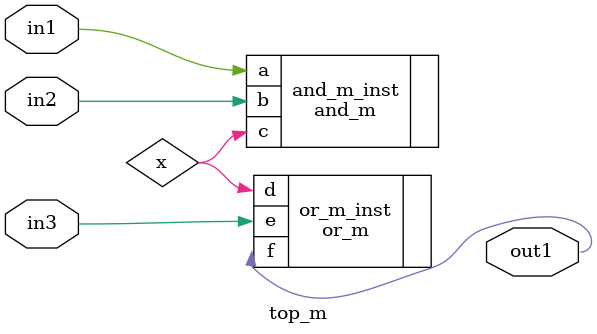
<source format=v>
module top_m(
input wire in1,
input wire in2,
input wire in3,
output wire out1
    );
    
    wire x;
   
   
   //and icin instantiation
and_m and_m_inst(
.a(in1),
.b(in2),
.c(x)
);

    //or icin instantiation
or_m or_m_inst (
.d(x),
.e(in3),
.f(out1)
);
  
endmodule

</source>
